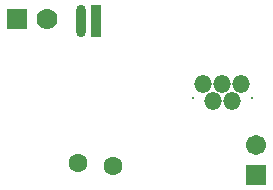
<source format=gts>
G04*
G04 #@! TF.GenerationSoftware,Altium Limited,Altium Designer,19.1.5 (86)*
G04*
G04 Layer_Color=8388736*
%FSAX24Y24*%
%MOIN*%
G70*
G01*
G75*
%ADD15R,0.0330X0.1080*%
%ADD16O,0.0330X0.1080*%
%ADD17C,0.0631*%
%ADD18R,0.0700X0.0700*%
%ADD19C,0.0700*%
%ADD20C,0.0671*%
%ADD21R,0.0671X0.0671*%
%ADD22C,0.0080*%
%ADD23O,0.0592X0.0592*%
D15*
X010400Y008050D02*
D03*
D16*
X009900D02*
D03*
D17*
X010979Y003223D02*
D03*
X009800Y003300D02*
D03*
D18*
X007771Y008113D02*
D03*
D19*
X008771D02*
D03*
D20*
X015750Y003900D02*
D03*
D21*
Y002900D02*
D03*
D22*
X013627Y005475D02*
D03*
X015595D02*
D03*
D23*
X014296Y005396D02*
D03*
X013981Y005947D02*
D03*
X014611D02*
D03*
X015241D02*
D03*
X014926Y005396D02*
D03*
M02*

</source>
